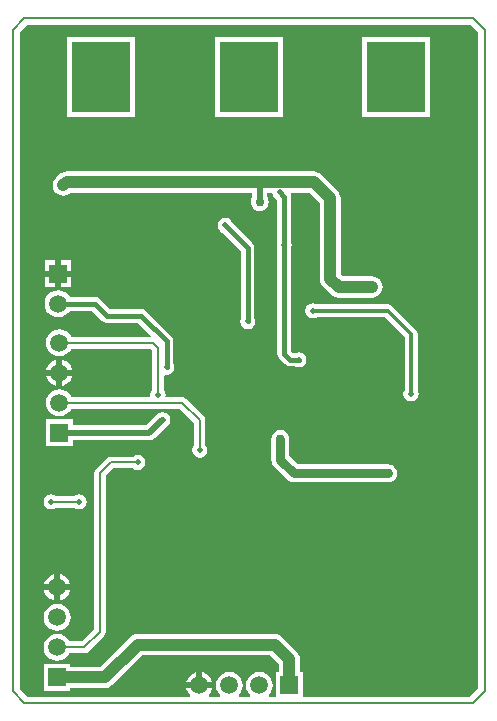
<source format=gbl>
%FSLAX25Y25*%
%MOIN*%
G70*
G01*
G75*
G04 Layer_Physical_Order=2*
G04 Layer_Color=16711680*
%ADD10R,0.02756X0.03347*%
%ADD11R,0.04331X0.01700*%
%ADD12R,0.03347X0.02756*%
%ADD13R,0.07087X0.03937*%
%ADD14R,0.03937X0.02362*%
%ADD15O,0.00984X0.04724*%
%ADD16O,0.04724X0.00984*%
%ADD17O,0.04724X0.01772*%
%ADD18O,0.01772X0.04724*%
%ADD19R,0.04724X0.01772*%
%ADD20R,0.06299X0.07087*%
%ADD21R,0.05118X0.03937*%
%ADD22O,0.01969X0.03543*%
%ADD23R,0.01969X0.03543*%
%ADD24O,0.01969X0.03543*%
%ADD25R,0.07874X0.07874*%
%ADD26R,0.07874X0.07874*%
%ADD27O,0.05500X0.02500*%
%ADD28R,0.05500X0.02500*%
%ADD29R,0.04724X0.03543*%
%ADD30R,0.02756X0.03543*%
%ADD31C,0.00800*%
%ADD32C,0.01500*%
%ADD33C,0.04000*%
%ADD34C,0.01000*%
%ADD35C,0.03000*%
%ADD36C,0.01200*%
%ADD37C,0.02000*%
%ADD38C,0.00500*%
%ADD39R,0.19685X0.23622*%
%ADD40C,0.05906*%
%ADD41R,0.05906X0.05906*%
%ADD42R,0.05906X0.05906*%
%ADD43C,0.02000*%
%ADD44C,0.03000*%
G36*
X253016Y-44539D02*
Y-262961D01*
X250261Y-265716D01*
X194453D01*
Y-257547D01*
X193530D01*
Y-253300D01*
X193410Y-252386D01*
X193057Y-251535D01*
X192496Y-250804D01*
X187596Y-245904D01*
X186865Y-245343D01*
X186014Y-244990D01*
X185100Y-244870D01*
X139400D01*
X138486Y-244990D01*
X137635Y-245343D01*
X136904Y-245904D01*
X127038Y-255770D01*
X117053D01*
Y-254847D01*
X108147D01*
Y-263753D01*
X117053D01*
Y-262830D01*
X128500D01*
X129414Y-262710D01*
X130265Y-262357D01*
X130996Y-261796D01*
X130996Y-261796D01*
X130996Y-261796D01*
X140862Y-251930D01*
X183638D01*
X186470Y-254762D01*
Y-257547D01*
X185547D01*
Y-265716D01*
X183250D01*
X183089Y-265242D01*
X183176Y-265176D01*
X183889Y-264246D01*
X184338Y-263162D01*
X184491Y-262000D01*
X184338Y-260838D01*
X183889Y-259754D01*
X183176Y-258824D01*
X182246Y-258110D01*
X181162Y-257662D01*
X180000Y-257509D01*
X178838Y-257662D01*
X177754Y-258110D01*
X176824Y-258824D01*
X176110Y-259754D01*
X175662Y-260838D01*
X175509Y-262000D01*
X175662Y-263162D01*
X176110Y-264246D01*
X176824Y-265176D01*
X176911Y-265242D01*
X176750Y-265716D01*
X173250D01*
X173089Y-265242D01*
X173176Y-265176D01*
X173890Y-264246D01*
X174338Y-263162D01*
X174491Y-262000D01*
X174338Y-260838D01*
X173890Y-259754D01*
X173176Y-258824D01*
X172246Y-258110D01*
X171162Y-257662D01*
X170000Y-257509D01*
X168838Y-257662D01*
X167754Y-258110D01*
X166824Y-258824D01*
X166111Y-259754D01*
X165662Y-260838D01*
X165509Y-262000D01*
X165662Y-263162D01*
X166111Y-264246D01*
X166824Y-265176D01*
X166911Y-265242D01*
X166750Y-265716D01*
X163250D01*
X163089Y-265242D01*
X163176Y-265176D01*
X163890Y-264246D01*
X164338Y-263162D01*
X164359Y-263000D01*
X155640D01*
X155662Y-263162D01*
X156111Y-264246D01*
X156824Y-265176D01*
X156911Y-265242D01*
X156750Y-265716D01*
X102739D01*
X100084Y-263061D01*
Y-44439D01*
X102534Y-41989D01*
X250466D01*
X253016Y-44539D01*
D02*
G37*
%LPC*%
G36*
X187000Y-176932D02*
X186217Y-177035D01*
X185487Y-177338D01*
X184860Y-177819D01*
X184379Y-178445D01*
X184077Y-179175D01*
X183974Y-179958D01*
Y-186800D01*
X184077Y-187583D01*
X184291Y-188099D01*
X184379Y-188313D01*
X184860Y-188940D01*
X189360Y-193440D01*
X189987Y-193921D01*
X190201Y-194009D01*
X190717Y-194223D01*
X191500Y-194326D01*
X222900D01*
X223683Y-194223D01*
X224413Y-193921D01*
X225040Y-193440D01*
X225520Y-192813D01*
X225823Y-192083D01*
X225926Y-191300D01*
X225823Y-190517D01*
X225520Y-189787D01*
X225040Y-189160D01*
X224413Y-188680D01*
X223683Y-188377D01*
X222900Y-188274D01*
X192753D01*
X190026Y-185547D01*
Y-179958D01*
X189923Y-179175D01*
X189620Y-178445D01*
X189140Y-177819D01*
X188513Y-177338D01*
X187783Y-177035D01*
X187000Y-176932D01*
D02*
G37*
G36*
X119900Y-198251D02*
X118924Y-198445D01*
X118299Y-198863D01*
X112301D01*
X111676Y-198445D01*
X110700Y-198251D01*
X109724Y-198445D01*
X108898Y-198998D01*
X108345Y-199825D01*
X108151Y-200800D01*
X108345Y-201776D01*
X108898Y-202602D01*
X109724Y-203155D01*
X110700Y-203349D01*
X111676Y-203155D01*
X112301Y-202737D01*
X118299D01*
X118924Y-203155D01*
X119900Y-203349D01*
X120876Y-203155D01*
X121702Y-202602D01*
X122255Y-201776D01*
X122449Y-200800D01*
X122255Y-199825D01*
X121702Y-198998D01*
X120876Y-198445D01*
X119900Y-198251D01*
D02*
G37*
G36*
X113600Y-224940D02*
Y-228300D01*
X116960D01*
X116938Y-228138D01*
X116490Y-227054D01*
X115776Y-226124D01*
X114846Y-225411D01*
X113762Y-224962D01*
X113600Y-224940D01*
D02*
G37*
G36*
X197800Y-134551D02*
X196825Y-134745D01*
X195998Y-135298D01*
X195445Y-136125D01*
X195251Y-137100D01*
X195445Y-138075D01*
X195998Y-138902D01*
X196825Y-139455D01*
X197800Y-139649D01*
X198775Y-139455D01*
X199095Y-139241D01*
X221913D01*
X228459Y-145787D01*
Y-163505D01*
X228245Y-163824D01*
X228051Y-164800D01*
X228245Y-165776D01*
X228798Y-166602D01*
X229625Y-167155D01*
X230600Y-167349D01*
X231575Y-167155D01*
X232402Y-166602D01*
X232955Y-165776D01*
X233149Y-164800D01*
X232955Y-163824D01*
X232741Y-163505D01*
Y-144900D01*
X232578Y-144081D01*
X232114Y-143386D01*
X224314Y-135586D01*
X223619Y-135122D01*
X222800Y-134959D01*
X199095D01*
X198775Y-134745D01*
X197800Y-134551D01*
D02*
G37*
G36*
X147800Y-170913D02*
X147750Y-170923D01*
X147700Y-170913D01*
X146724Y-171107D01*
X145898Y-171660D01*
X142306Y-175251D01*
X117753D01*
Y-173347D01*
X108847D01*
Y-182253D01*
X117753D01*
Y-180349D01*
X143362D01*
X144338Y-180155D01*
X145165Y-179602D01*
X145165Y-179602D01*
X145165Y-179602D01*
X149301Y-175466D01*
X149602Y-175265D01*
X150155Y-174438D01*
X150349Y-173462D01*
X150155Y-172487D01*
X149602Y-171660D01*
X148775Y-171107D01*
X147800Y-170913D01*
D02*
G37*
G36*
X139406Y-185151D02*
X138430Y-185345D01*
X137805Y-185763D01*
X130500D01*
X129759Y-185910D01*
X129130Y-186330D01*
X125530Y-189930D01*
X125110Y-190559D01*
X124963Y-191300D01*
Y-243298D01*
X120898Y-247363D01*
X116617D01*
X116490Y-247054D01*
X115776Y-246124D01*
X114846Y-245410D01*
X113762Y-244962D01*
X112600Y-244809D01*
X111438Y-244962D01*
X110354Y-245410D01*
X109424Y-246124D01*
X108711Y-247054D01*
X108262Y-248138D01*
X108109Y-249300D01*
X108262Y-250462D01*
X108711Y-251546D01*
X109424Y-252476D01*
X110354Y-253189D01*
X111438Y-253638D01*
X112600Y-253791D01*
X113762Y-253638D01*
X114846Y-253189D01*
X115776Y-252476D01*
X116490Y-251546D01*
X116617Y-251237D01*
X121700D01*
X122441Y-251090D01*
X123070Y-250670D01*
X128270Y-245470D01*
X128690Y-244841D01*
X128837Y-244100D01*
X128837Y-244100D01*
X128837Y-244100D01*
Y-244100D01*
Y-192102D01*
X131302Y-189637D01*
X137805D01*
X138430Y-190055D01*
X139406Y-190249D01*
X140381Y-190055D01*
X141208Y-189502D01*
X141761Y-188675D01*
X141955Y-187700D01*
X141761Y-186724D01*
X141208Y-185898D01*
X140381Y-185345D01*
X139406Y-185151D01*
D02*
G37*
G36*
X112600Y-234809D02*
X111438Y-234962D01*
X110354Y-235410D01*
X109424Y-236124D01*
X108711Y-237054D01*
X108262Y-238138D01*
X108109Y-239300D01*
X108262Y-240462D01*
X108711Y-241546D01*
X109424Y-242476D01*
X110354Y-243190D01*
X111438Y-243638D01*
X112600Y-243791D01*
X113762Y-243638D01*
X114846Y-243190D01*
X115776Y-242476D01*
X116490Y-241546D01*
X116938Y-240462D01*
X117091Y-239300D01*
X116938Y-238138D01*
X116490Y-237054D01*
X115776Y-236124D01*
X114846Y-235410D01*
X113762Y-234962D01*
X112600Y-234809D01*
D02*
G37*
G36*
X161000Y-257641D02*
Y-261000D01*
X164359D01*
X164338Y-260838D01*
X163890Y-259754D01*
X163176Y-258824D01*
X162246Y-258110D01*
X161162Y-257662D01*
X161000Y-257641D01*
D02*
G37*
G36*
X159000D02*
X158838Y-257662D01*
X157754Y-258110D01*
X156824Y-258824D01*
X156111Y-259754D01*
X155662Y-260838D01*
X155640Y-261000D01*
X159000D01*
Y-257641D01*
D02*
G37*
G36*
X111600Y-224940D02*
X111438Y-224962D01*
X110354Y-225411D01*
X109424Y-226124D01*
X108711Y-227054D01*
X108262Y-228138D01*
X108240Y-228300D01*
X111600D01*
Y-224940D01*
D02*
G37*
G36*
X116960Y-230300D02*
X113600D01*
Y-233660D01*
X113762Y-233638D01*
X114846Y-233190D01*
X115776Y-232476D01*
X116490Y-231546D01*
X116938Y-230462D01*
X116960Y-230300D01*
D02*
G37*
G36*
X111600D02*
X108240D01*
X108262Y-230462D01*
X108711Y-231546D01*
X109424Y-232476D01*
X110354Y-233190D01*
X111438Y-233638D01*
X111600Y-233660D01*
Y-230300D01*
D02*
G37*
G36*
X112300Y-158800D02*
X108940D01*
X108962Y-158962D01*
X109411Y-160046D01*
X110124Y-160976D01*
X111054Y-161689D01*
X112138Y-162138D01*
X112300Y-162160D01*
Y-158800D01*
D02*
G37*
G36*
X117353Y-120347D02*
X113900D01*
Y-123800D01*
X117353D01*
Y-120347D01*
D02*
G37*
G36*
X111900D02*
X108447D01*
Y-123800D01*
X111900D01*
Y-120347D01*
D02*
G37*
G36*
X117353Y-125800D02*
X113900D01*
Y-129253D01*
X117353D01*
Y-125800D01*
D02*
G37*
G36*
X237042Y-45889D02*
X214357D01*
Y-72511D01*
X237042D01*
Y-45889D01*
D02*
G37*
G36*
X187843D02*
X165157D01*
Y-72511D01*
X187843D01*
Y-45889D01*
D02*
G37*
G36*
X138643D02*
X115957D01*
Y-72511D01*
X138643D01*
Y-45889D01*
D02*
G37*
G36*
X111900Y-125800D02*
X108447D01*
Y-129253D01*
X111900D01*
Y-125800D01*
D02*
G37*
G36*
X114300Y-153440D02*
Y-156800D01*
X117659D01*
X117638Y-156638D01*
X117190Y-155554D01*
X116476Y-154624D01*
X115546Y-153911D01*
X114462Y-153462D01*
X114300Y-153440D01*
D02*
G37*
G36*
X112300D02*
X112138Y-153462D01*
X111054Y-153911D01*
X110124Y-154624D01*
X109411Y-155554D01*
X108962Y-156638D01*
X108940Y-156800D01*
X112300D01*
Y-153440D01*
D02*
G37*
G36*
X117659Y-158800D02*
X114300D01*
Y-162160D01*
X114462Y-162138D01*
X115546Y-161689D01*
X116476Y-160976D01*
X117190Y-160046D01*
X117638Y-158962D01*
X117659Y-158800D01*
D02*
G37*
G36*
X198100Y-90670D02*
X115789D01*
X114875Y-90790D01*
X114024Y-91143D01*
X113293Y-91704D01*
X112198Y-92798D01*
X111637Y-93529D01*
X111285Y-94381D01*
X111164Y-95294D01*
X111285Y-96208D01*
X111637Y-97060D01*
X112198Y-97791D01*
X112929Y-98352D01*
X113781Y-98704D01*
X114694Y-98825D01*
X115608Y-98704D01*
X116460Y-98352D01*
X117191Y-97791D01*
X117251Y-97730D01*
X177566D01*
Y-99244D01*
X177494Y-99337D01*
X177192Y-100067D01*
X177089Y-100850D01*
X177192Y-101633D01*
X177494Y-102363D01*
X177975Y-102990D01*
X178602Y-103471D01*
X179331Y-103773D01*
X180114Y-103876D01*
X180898Y-103773D01*
X181628Y-103471D01*
X182254Y-102990D01*
X182735Y-102363D01*
X183037Y-101633D01*
X183140Y-100850D01*
X183037Y-100067D01*
X182735Y-99337D01*
X182664Y-99244D01*
Y-97730D01*
X184257D01*
X184445Y-98676D01*
X184998Y-99502D01*
X185825Y-100055D01*
X185932Y-100076D01*
X186006Y-100150D01*
Y-114232D01*
X185945Y-114323D01*
X185751Y-115299D01*
X185945Y-116274D01*
X186006Y-116365D01*
Y-151400D01*
X186180Y-152278D01*
X186678Y-153022D01*
X186678Y-153022D01*
X186678Y-153022D01*
X188678Y-155022D01*
X189422Y-155519D01*
X190300Y-155694D01*
X192033D01*
X192124Y-155755D01*
X193100Y-155949D01*
X194076Y-155755D01*
X194902Y-155202D01*
X195455Y-154376D01*
X195649Y-153400D01*
X195455Y-152425D01*
X194902Y-151598D01*
X194076Y-151045D01*
X193100Y-150851D01*
X192124Y-151045D01*
X192033Y-151106D01*
X191250D01*
X190594Y-150450D01*
Y-116365D01*
X190655Y-116274D01*
X190849Y-115299D01*
X190655Y-114323D01*
X190594Y-114232D01*
Y-99200D01*
X190419Y-98322D01*
X190319Y-98171D01*
X190554Y-97730D01*
X196638D01*
X200070Y-101162D01*
Y-126400D01*
X200070Y-126400D01*
X200070D01*
X200190Y-127314D01*
X200543Y-128165D01*
X201104Y-128896D01*
X203904Y-131696D01*
X204635Y-132257D01*
X205486Y-132610D01*
X206400Y-132730D01*
X217600D01*
X218514Y-132610D01*
X219365Y-132257D01*
X220096Y-131696D01*
X220657Y-130965D01*
X221010Y-130114D01*
X221130Y-129200D01*
X221010Y-128286D01*
X220657Y-127435D01*
X220096Y-126704D01*
X219365Y-126143D01*
X218514Y-125790D01*
X217600Y-125670D01*
X207862D01*
X207130Y-124938D01*
Y-99700D01*
X207010Y-98786D01*
X206657Y-97935D01*
X206096Y-97204D01*
X200596Y-91704D01*
X199865Y-91143D01*
X199014Y-90790D01*
X198100Y-90670D01*
D02*
G37*
G36*
X168700Y-106151D02*
X167725Y-106345D01*
X166898Y-106898D01*
X166345Y-107724D01*
X166151Y-108700D01*
X166345Y-109676D01*
X166898Y-110502D01*
X167725Y-111055D01*
X167832Y-111076D01*
X173806Y-117050D01*
Y-139633D01*
X173745Y-139725D01*
X173551Y-140700D01*
X173745Y-141675D01*
X174298Y-142502D01*
X175125Y-143055D01*
X176100Y-143249D01*
X177076Y-143055D01*
X177902Y-142502D01*
X178455Y-141675D01*
X178649Y-140700D01*
X178455Y-139725D01*
X178394Y-139633D01*
Y-116100D01*
X178219Y-115222D01*
X177722Y-114478D01*
X171076Y-107832D01*
X171055Y-107724D01*
X170502Y-106898D01*
X169676Y-106345D01*
X168700Y-106151D01*
D02*
G37*
G36*
X112900Y-130309D02*
X111738Y-130462D01*
X110654Y-130911D01*
X109724Y-131624D01*
X109011Y-132554D01*
X108562Y-133638D01*
X108409Y-134800D01*
X108562Y-135962D01*
X109011Y-137046D01*
X109724Y-137976D01*
X110654Y-138689D01*
X111738Y-139138D01*
X112900Y-139291D01*
X114062Y-139138D01*
X115146Y-138689D01*
X116076Y-137976D01*
X116752Y-137094D01*
X124250D01*
X127578Y-140422D01*
X128322Y-140919D01*
X129200Y-141094D01*
X139650D01*
X143956Y-145401D01*
X143765Y-145863D01*
X117317D01*
X117190Y-145554D01*
X116476Y-144624D01*
X115546Y-143911D01*
X114462Y-143462D01*
X113300Y-143309D01*
X112138Y-143462D01*
X111054Y-143911D01*
X110124Y-144624D01*
X109411Y-145554D01*
X108962Y-146638D01*
X108809Y-147800D01*
X108962Y-148962D01*
X109411Y-150046D01*
X110124Y-150976D01*
X111054Y-151690D01*
X112138Y-152138D01*
X113300Y-152291D01*
X114462Y-152138D01*
X115546Y-151690D01*
X116476Y-150976D01*
X117190Y-150046D01*
X117317Y-149737D01*
X143798D01*
X144263Y-150202D01*
Y-163599D01*
X143845Y-164225D01*
X143651Y-165200D01*
X143706Y-165476D01*
X143389Y-165863D01*
X117317D01*
X117190Y-165554D01*
X116476Y-164624D01*
X115546Y-163910D01*
X114462Y-163462D01*
X113300Y-163309D01*
X112138Y-163462D01*
X111054Y-163910D01*
X110124Y-164624D01*
X109411Y-165554D01*
X108962Y-166638D01*
X108809Y-167800D01*
X108962Y-168962D01*
X109411Y-170046D01*
X110124Y-170976D01*
X111054Y-171689D01*
X112138Y-172138D01*
X113300Y-172291D01*
X114462Y-172138D01*
X115546Y-171689D01*
X116476Y-170976D01*
X117190Y-170046D01*
X117317Y-169737D01*
X153398D01*
X158163Y-174502D01*
Y-181899D01*
X157745Y-182525D01*
X157551Y-183500D01*
X157745Y-184476D01*
X158298Y-185302D01*
X159125Y-185855D01*
X160100Y-186049D01*
X161075Y-185855D01*
X161902Y-185302D01*
X162455Y-184476D01*
X162649Y-183500D01*
X162455Y-182525D01*
X162037Y-181899D01*
Y-173700D01*
X161890Y-172959D01*
X161470Y-172330D01*
X155570Y-166430D01*
X154941Y-166010D01*
X154200Y-165863D01*
X149011D01*
X148694Y-165476D01*
X148749Y-165200D01*
X148555Y-164225D01*
X148137Y-163599D01*
Y-158751D01*
X148524Y-158434D01*
X149100Y-158549D01*
X150075Y-158355D01*
X150902Y-157802D01*
X151455Y-156975D01*
X151649Y-156000D01*
X151455Y-155025D01*
X151394Y-154933D01*
Y-147300D01*
X151219Y-146422D01*
X150722Y-145678D01*
X142222Y-137178D01*
X141478Y-136680D01*
X140600Y-136506D01*
X130150D01*
X126822Y-133178D01*
X126078Y-132680D01*
X125200Y-132506D01*
X116752D01*
X116076Y-131624D01*
X115146Y-130911D01*
X114062Y-130462D01*
X112900Y-130309D01*
D02*
G37*
%LPD*%
D31*
X110700Y-200800D02*
X119900D01*
X130500Y-187700D02*
X139406D01*
X126900Y-191300D02*
X130500Y-187700D01*
X126900Y-244100D02*
Y-191300D01*
X121700Y-249300D02*
X126900Y-244100D01*
X112600Y-249300D02*
X121700D01*
X113300Y-167800D02*
X154200D01*
X160100Y-173700D01*
Y-183500D02*
Y-173700D01*
X113300Y-147800D02*
X144600D01*
X146200Y-149400D01*
Y-165200D02*
Y-149400D01*
D32*
X188300Y-115299D02*
Y-99200D01*
X186800Y-97700D02*
X188300Y-99200D01*
X168700Y-108700D02*
X176100Y-116100D01*
Y-140700D02*
Y-116100D01*
X190300Y-153400D02*
X193100D01*
X188300Y-151400D02*
Y-115299D01*
Y-151400D02*
X190300Y-153400D01*
X112900Y-134800D02*
X125200D01*
X129200Y-138800D01*
X140600D01*
X149100Y-147300D01*
Y-156000D02*
Y-147300D01*
D33*
X206400Y-129200D02*
X217600D01*
X203600Y-126400D02*
X206400Y-129200D01*
X203600Y-126400D02*
Y-99700D01*
X198100Y-94200D02*
X203600Y-99700D01*
X180900Y-94200D02*
X198100D01*
X112600Y-259300D02*
X128500D01*
X139400Y-248400D01*
X185100D01*
X190000Y-253300D01*
Y-262000D02*
Y-253300D01*
X114694Y-95294D02*
X115789Y-94200D01*
X180900D01*
D35*
X191500Y-191300D02*
X222900D01*
X187000Y-186800D02*
X191500Y-191300D01*
X187000Y-186800D02*
Y-179958D01*
D36*
X197800Y-137100D02*
X222800D01*
X230600Y-144900D01*
Y-164800D02*
Y-144900D01*
D37*
X113300Y-177800D02*
X143362D01*
X147700Y-173462D01*
X180114Y-100850D02*
Y-94986D01*
X180900Y-94200D01*
D38*
X251306Y-267900D02*
X255243Y-263963D01*
Y-43490D01*
X251306Y-39553D02*
X255243Y-43490D01*
X101700Y-39553D02*
X133800D01*
X133196D02*
X184000D01*
X182409D02*
X233600D01*
X231621D02*
X251306D01*
X97763Y-43490D02*
X101700Y-39553D01*
X97763Y-263963D02*
Y-43490D01*
Y-263963D02*
X101700Y-267900D01*
X251306D01*
X101700D02*
X251306D01*
X97763Y-263963D02*
X101700Y-267900D01*
X97763Y-263963D02*
Y-43490D01*
X101700Y-39553D01*
X231621D02*
X251306D01*
X182409D02*
X233600D01*
X133196D02*
X184000D01*
X101700D02*
X133800D01*
X251306D02*
X255243Y-43490D01*
Y-263963D02*
Y-43490D01*
X251306Y-267900D02*
X255243Y-263963D01*
D39*
X225700Y-59200D02*
D03*
X176500D02*
D03*
X127300D02*
D03*
D40*
X112600Y-229300D02*
D03*
Y-239300D02*
D03*
Y-249300D02*
D03*
X113300Y-167800D02*
D03*
Y-157800D02*
D03*
Y-147800D02*
D03*
X180000Y-262000D02*
D03*
X170000D02*
D03*
X160000D02*
D03*
X112900Y-134800D02*
D03*
D41*
X112600Y-259300D02*
D03*
X113300Y-177800D02*
D03*
X112900Y-124800D02*
D03*
D42*
X190000Y-262000D02*
D03*
D43*
X242800Y-137600D02*
D03*
X237900Y-132300D02*
D03*
X199600Y-132800D02*
D03*
X192400Y-130300D02*
D03*
X161200Y-126000D02*
D03*
X167100Y-125800D02*
D03*
X243800Y-179700D02*
D03*
X244000Y-194300D02*
D03*
X226200Y-152200D02*
D03*
X243800Y-166300D02*
D03*
X241600Y-158300D02*
D03*
X237700Y-150700D02*
D03*
X237100Y-143200D02*
D03*
X231900Y-136000D02*
D03*
X206800Y-148700D02*
D03*
X200500Y-142400D02*
D03*
X192900Y-146000D02*
D03*
X209700Y-114400D02*
D03*
X208900Y-105300D02*
D03*
X244600Y-105500D02*
D03*
X242800Y-95600D02*
D03*
X240963Y-87001D02*
D03*
X236000Y-83000D02*
D03*
X239600Y-72000D02*
D03*
X193900Y-68100D02*
D03*
X212000Y-79900D02*
D03*
X209900Y-73900D02*
D03*
X204800Y-62600D02*
D03*
X198100Y-53700D02*
D03*
X142200Y-69100D02*
D03*
X157500Y-66700D02*
D03*
X151200Y-58000D02*
D03*
X144200Y-85600D02*
D03*
X139600Y-82000D02*
D03*
X133000Y-77300D02*
D03*
X120800Y-77000D02*
D03*
X110300Y-77500D02*
D03*
X176800Y-110500D02*
D03*
X174100Y-99600D02*
D03*
X169100Y-100300D02*
D03*
X183700Y-130200D02*
D03*
X180700Y-133000D02*
D03*
X140000Y-99400D02*
D03*
X139800Y-106500D02*
D03*
X139200Y-115500D02*
D03*
X131300Y-118700D02*
D03*
X136200Y-125500D02*
D03*
X149400Y-134400D02*
D03*
X137400Y-135300D02*
D03*
X128500Y-132800D02*
D03*
X120400Y-129100D02*
D03*
X112200Y-114400D02*
D03*
X148200Y-141500D02*
D03*
X130600Y-155701D02*
D03*
X126600Y-153100D02*
D03*
X194300Y-185900D02*
D03*
X207400Y-185600D02*
D03*
X180500Y-188200D02*
D03*
X199900Y-186000D02*
D03*
X195000Y-165700D02*
D03*
X179700Y-151200D02*
D03*
X161100Y-158000D02*
D03*
X172400Y-161200D02*
D03*
X173200Y-154300D02*
D03*
X232400Y-195500D02*
D03*
X242400Y-205100D02*
D03*
X240200Y-231400D02*
D03*
X243800Y-243500D02*
D03*
X232000Y-262000D02*
D03*
X236700Y-255100D02*
D03*
X146100Y-259300D02*
D03*
X137300Y-264100D02*
D03*
X138600Y-210200D02*
D03*
X135200Y-215500D02*
D03*
X134300Y-224900D02*
D03*
X134500Y-232900D02*
D03*
X160100Y-229400D02*
D03*
X152000Y-236900D02*
D03*
X142700D02*
D03*
X207700Y-236000D02*
D03*
X207400Y-231300D02*
D03*
X198600Y-222800D02*
D03*
X191700Y-226300D02*
D03*
X192900Y-235100D02*
D03*
X201200Y-232300D02*
D03*
X211900Y-225400D02*
D03*
X212400Y-219700D02*
D03*
X211500Y-211800D02*
D03*
X202300Y-215800D02*
D03*
X193200Y-215600D02*
D03*
X183500D02*
D03*
X211900Y-206100D02*
D03*
X202900Y-205900D02*
D03*
X194200D02*
D03*
X188300Y-115299D02*
D03*
X186800Y-97700D02*
D03*
X168700Y-108700D02*
D03*
X176100Y-140700D02*
D03*
X193100Y-153400D02*
D03*
X119900Y-200800D02*
D03*
X110700D02*
D03*
X139406Y-187700D02*
D03*
X160100Y-183500D02*
D03*
X146200Y-165200D02*
D03*
X147800Y-173462D02*
D03*
X197800Y-137100D02*
D03*
X230600Y-164800D02*
D03*
X160900Y-166700D02*
D03*
X181900Y-161500D02*
D03*
X159935Y-115735D02*
D03*
X132600Y-173000D02*
D03*
X212100Y-143700D02*
D03*
X213700Y-159500D02*
D03*
X142000Y-182400D02*
D03*
X151600Y-182500D02*
D03*
X155600Y-216000D02*
D03*
X149100Y-156000D02*
D03*
X119500Y-124300D02*
D03*
D44*
X222900Y-191300D02*
D03*
X187000Y-179958D02*
D03*
X114694Y-95294D02*
D03*
X180114Y-100850D02*
D03*
X217600Y-129200D02*
D03*
M02*

</source>
